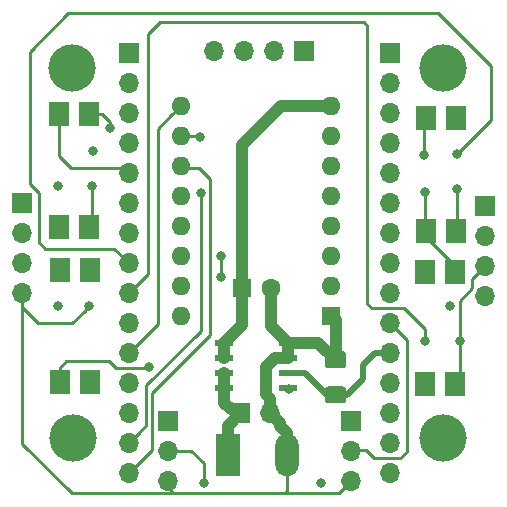
<source format=gbr>
G04 #@! TF.GenerationSoftware,KiCad,Pcbnew,5.0.2-bee76a0~70~ubuntu18.04.1*
G04 #@! TF.CreationDate,2019-01-29T19:41:56+01:00*
G04 #@! TF.ProjectId,ustepper_41_pololu,75737465-7070-4657-925f-34315f706f6c,rev?*
G04 #@! TF.SameCoordinates,Original*
G04 #@! TF.FileFunction,Copper,L2,Bot*
G04 #@! TF.FilePolarity,Positive*
%FSLAX46Y46*%
G04 Gerber Fmt 4.6, Leading zero omitted, Abs format (unit mm)*
G04 Created by KiCad (PCBNEW 5.0.2-bee76a0~70~ubuntu18.04.1) date mar 29 ene 2019 19:41:56 CET*
%MOMM*%
%LPD*%
G01*
G04 APERTURE LIST*
G04 #@! TA.AperFunction,ComponentPad*
%ADD10R,1.600000X1.600000*%
G04 #@! TD*
G04 #@! TA.AperFunction,ComponentPad*
%ADD11O,1.600000X1.600000*%
G04 #@! TD*
G04 #@! TA.AperFunction,ComponentPad*
%ADD12R,2.000000X3.600000*%
G04 #@! TD*
G04 #@! TA.AperFunction,ComponentPad*
%ADD13O,2.000000X3.600000*%
G04 #@! TD*
G04 #@! TA.AperFunction,ComponentPad*
%ADD14R,1.700000X1.700000*%
G04 #@! TD*
G04 #@! TA.AperFunction,ComponentPad*
%ADD15O,1.700000X1.700000*%
G04 #@! TD*
G04 #@! TA.AperFunction,ComponentPad*
%ADD16C,1.600000*%
G04 #@! TD*
G04 #@! TA.AperFunction,Conductor*
%ADD17C,0.100000*%
G04 #@! TD*
G04 #@! TA.AperFunction,SMDPad,CuDef*
%ADD18C,1.425000*%
G04 #@! TD*
G04 #@! TA.AperFunction,SMDPad,CuDef*
%ADD19R,1.780000X2.000000*%
G04 #@! TD*
G04 #@! TA.AperFunction,SMDPad,CuDef*
%ADD20R,1.550000X0.600000*%
G04 #@! TD*
G04 #@! TA.AperFunction,ViaPad*
%ADD21C,4.000000*%
G04 #@! TD*
G04 #@! TA.AperFunction,ViaPad*
%ADD22C,0.800000*%
G04 #@! TD*
G04 #@! TA.AperFunction,Conductor*
%ADD23C,0.250000*%
G04 #@! TD*
G04 #@! TA.AperFunction,Conductor*
%ADD24C,1.000000*%
G04 #@! TD*
G04 #@! TA.AperFunction,Conductor*
%ADD25C,0.500000*%
G04 #@! TD*
G04 APERTURE END LIST*
D10*
G04 #@! TO.P,A1,1*
G04 #@! TO.N,B29-GND*
X191530800Y-74537200D03*
D11*
G04 #@! TO.P,A1,9*
G04 #@! TO.N,BD8-ENA*
X178830800Y-56757200D03*
G04 #@! TO.P,A1,2*
G04 #@! TO.N,B27-5V*
X191530800Y-71997200D03*
G04 #@! TO.P,A1,10*
G04 #@! TO.N,BD11-MS1*
X178830800Y-59297200D03*
G04 #@! TO.P,A1,3*
G04 #@! TO.N,OUT1B*
X191530800Y-69457200D03*
G04 #@! TO.P,A1,11*
G04 #@! TO.N,BD12-MS2*
X178830800Y-61837200D03*
G04 #@! TO.P,A1,4*
G04 #@! TO.N,OUT1A*
X191530800Y-66917200D03*
G04 #@! TO.P,A1,12*
G04 #@! TO.N,BD13-MS3*
X178830800Y-64377200D03*
G04 #@! TO.P,A1,5*
G04 #@! TO.N,OUT2A*
X191530800Y-64377200D03*
G04 #@! TO.P,A1,13*
G04 #@! TO.N,B27-5V*
X178830800Y-66917200D03*
G04 #@! TO.P,A1,6*
G04 #@! TO.N,OUT2B*
X191530800Y-61837200D03*
G04 #@! TO.P,A1,14*
G04 #@! TO.N,B27-5V*
X178830800Y-69457200D03*
G04 #@! TO.P,A1,7*
G04 #@! TO.N,B29-GND*
X191530800Y-59297200D03*
G04 #@! TO.P,A1,15*
G04 #@! TO.N,BD4-STEP*
X178830800Y-71997200D03*
G04 #@! TO.P,A1,8*
G04 #@! TO.N,B30-VIN*
X191530800Y-56757200D03*
G04 #@! TO.P,A1,16*
G04 #@! TO.N,BD7-DIR*
X178830800Y-74537200D03*
G04 #@! TD*
D12*
G04 #@! TO.P,J3,1*
G04 #@! TO.N,VIN*
X182793200Y-86348200D03*
D13*
G04 #@! TO.P,J3,2*
G04 #@! TO.N,B29-GND*
X187793200Y-86348200D03*
G04 #@! TD*
D14*
G04 #@! TO.P,J9,1*
G04 #@! TO.N,OUT2B*
X189244800Y-52134400D03*
D15*
G04 #@! TO.P,J9,2*
G04 #@! TO.N,OUT2A*
X186704800Y-52134400D03*
G04 #@! TO.P,J9,3*
G04 #@! TO.N,OUT1A*
X184164800Y-52134400D03*
G04 #@! TO.P,J9,4*
G04 #@! TO.N,OUT1B*
X181624800Y-52134400D03*
G04 #@! TD*
G04 #@! TO.P,J2,15*
G04 #@! TO.N,BD13-MS3*
X196509200Y-87846800D03*
G04 #@! TO.P,J2,14*
G04 #@! TO.N,N/C*
X196509200Y-85306800D03*
G04 #@! TO.P,J2,13*
X196509200Y-82766800D03*
G04 #@! TO.P,J2,12*
X196509200Y-80226800D03*
G04 #@! TO.P,J2,11*
G04 #@! TO.N,BA1-I*
X196509200Y-77686800D03*
G04 #@! TO.P,J2,10*
G04 #@! TO.N,BA2-VEL_DER*
X196509200Y-75146800D03*
G04 #@! TO.P,J2,9*
G04 #@! TO.N,BA3-VEL_IZQ*
X196509200Y-72606800D03*
G04 #@! TO.P,J2,8*
G04 #@! TO.N,N/C*
X196509200Y-70066800D03*
G04 #@! TO.P,J2,7*
X196509200Y-67526800D03*
G04 #@! TO.P,J2,6*
X196509200Y-64986800D03*
G04 #@! TO.P,J2,5*
X196509200Y-62446800D03*
G04 #@! TO.P,J2,4*
G04 #@! TO.N,B27-5V*
X196509200Y-59906800D03*
G04 #@! TO.P,J2,3*
G04 #@! TO.N,N/C*
X196509200Y-57366800D03*
G04 #@! TO.P,J2,2*
G04 #@! TO.N,B29-GND*
X196509200Y-54826800D03*
D14*
G04 #@! TO.P,J2,1*
G04 #@! TO.N,B30-VIN*
X196509200Y-52286800D03*
G04 #@! TD*
D10*
G04 #@! TO.P,C1,1*
G04 #@! TO.N,B30-VIN*
X183987000Y-72192780D03*
D16*
G04 #@! TO.P,C1,2*
G04 #@! TO.N,B29-GND*
X186487000Y-72192780D03*
G04 #@! TD*
D17*
G04 #@! TO.N,BA1-I*
G04 #@! TO.C,C2*
G36*
X192574004Y-80528024D02*
X192598273Y-80531624D01*
X192622071Y-80537585D01*
X192645171Y-80545850D01*
X192667349Y-80556340D01*
X192688393Y-80568953D01*
X192708098Y-80583567D01*
X192726277Y-80600043D01*
X192742753Y-80618222D01*
X192757367Y-80637927D01*
X192769980Y-80658971D01*
X192780470Y-80681149D01*
X192788735Y-80704249D01*
X192794696Y-80728047D01*
X192798296Y-80752316D01*
X192799500Y-80776820D01*
X192799500Y-81701820D01*
X192798296Y-81726324D01*
X192794696Y-81750593D01*
X192788735Y-81774391D01*
X192780470Y-81797491D01*
X192769980Y-81819669D01*
X192757367Y-81840713D01*
X192742753Y-81860418D01*
X192726277Y-81878597D01*
X192708098Y-81895073D01*
X192688393Y-81909687D01*
X192667349Y-81922300D01*
X192645171Y-81932790D01*
X192622071Y-81941055D01*
X192598273Y-81947016D01*
X192574004Y-81950616D01*
X192549500Y-81951820D01*
X191299500Y-81951820D01*
X191274996Y-81950616D01*
X191250727Y-81947016D01*
X191226929Y-81941055D01*
X191203829Y-81932790D01*
X191181651Y-81922300D01*
X191160607Y-81909687D01*
X191140902Y-81895073D01*
X191122723Y-81878597D01*
X191106247Y-81860418D01*
X191091633Y-81840713D01*
X191079020Y-81819669D01*
X191068530Y-81797491D01*
X191060265Y-81774391D01*
X191054304Y-81750593D01*
X191050704Y-81726324D01*
X191049500Y-81701820D01*
X191049500Y-80776820D01*
X191050704Y-80752316D01*
X191054304Y-80728047D01*
X191060265Y-80704249D01*
X191068530Y-80681149D01*
X191079020Y-80658971D01*
X191091633Y-80637927D01*
X191106247Y-80618222D01*
X191122723Y-80600043D01*
X191140902Y-80583567D01*
X191160607Y-80568953D01*
X191181651Y-80556340D01*
X191203829Y-80545850D01*
X191226929Y-80537585D01*
X191250727Y-80531624D01*
X191274996Y-80528024D01*
X191299500Y-80526820D01*
X192549500Y-80526820D01*
X192574004Y-80528024D01*
X192574004Y-80528024D01*
G37*
D18*
G04 #@! TD*
G04 #@! TO.P,C2,1*
G04 #@! TO.N,BA1-I*
X191924500Y-81239320D03*
D17*
G04 #@! TO.N,B29-GND*
G04 #@! TO.C,C2*
G36*
X192574004Y-77553024D02*
X192598273Y-77556624D01*
X192622071Y-77562585D01*
X192645171Y-77570850D01*
X192667349Y-77581340D01*
X192688393Y-77593953D01*
X192708098Y-77608567D01*
X192726277Y-77625043D01*
X192742753Y-77643222D01*
X192757367Y-77662927D01*
X192769980Y-77683971D01*
X192780470Y-77706149D01*
X192788735Y-77729249D01*
X192794696Y-77753047D01*
X192798296Y-77777316D01*
X192799500Y-77801820D01*
X192799500Y-78726820D01*
X192798296Y-78751324D01*
X192794696Y-78775593D01*
X192788735Y-78799391D01*
X192780470Y-78822491D01*
X192769980Y-78844669D01*
X192757367Y-78865713D01*
X192742753Y-78885418D01*
X192726277Y-78903597D01*
X192708098Y-78920073D01*
X192688393Y-78934687D01*
X192667349Y-78947300D01*
X192645171Y-78957790D01*
X192622071Y-78966055D01*
X192598273Y-78972016D01*
X192574004Y-78975616D01*
X192549500Y-78976820D01*
X191299500Y-78976820D01*
X191274996Y-78975616D01*
X191250727Y-78972016D01*
X191226929Y-78966055D01*
X191203829Y-78957790D01*
X191181651Y-78947300D01*
X191160607Y-78934687D01*
X191140902Y-78920073D01*
X191122723Y-78903597D01*
X191106247Y-78885418D01*
X191091633Y-78865713D01*
X191079020Y-78844669D01*
X191068530Y-78822491D01*
X191060265Y-78799391D01*
X191054304Y-78775593D01*
X191050704Y-78751324D01*
X191049500Y-78726820D01*
X191049500Y-77801820D01*
X191050704Y-77777316D01*
X191054304Y-77753047D01*
X191060265Y-77729249D01*
X191068530Y-77706149D01*
X191079020Y-77683971D01*
X191091633Y-77662927D01*
X191106247Y-77643222D01*
X191122723Y-77625043D01*
X191140902Y-77608567D01*
X191160607Y-77593953D01*
X191181651Y-77581340D01*
X191203829Y-77570850D01*
X191226929Y-77562585D01*
X191250727Y-77556624D01*
X191274996Y-77553024D01*
X191299500Y-77551820D01*
X192549500Y-77551820D01*
X192574004Y-77553024D01*
X192574004Y-77553024D01*
G37*
D18*
G04 #@! TD*
G04 #@! TO.P,C2,2*
G04 #@! TO.N,B29-GND*
X191924500Y-78264320D03*
D14*
G04 #@! TO.P,J1,1*
G04 #@! TO.N,N/C*
X174403580Y-52286800D03*
D15*
G04 #@! TO.P,J1,2*
X174403580Y-54826800D03*
G04 #@! TO.P,J1,3*
X174403580Y-57366800D03*
G04 #@! TO.P,J1,4*
G04 #@! TO.N,B29-GND*
X174403580Y-59906800D03*
G04 #@! TO.P,J1,5*
G04 #@! TO.N,BD2-A+*
X174403580Y-62446800D03*
G04 #@! TO.P,J1,6*
G04 #@! TO.N,BD3-A-*
X174403580Y-64986800D03*
G04 #@! TO.P,J1,7*
G04 #@! TO.N,BD4-STEP*
X174403580Y-67526800D03*
G04 #@! TO.P,J1,8*
G04 #@! TO.N,BD5-A0*
X174403580Y-70066800D03*
G04 #@! TO.P,J1,9*
G04 #@! TO.N,BD6-A1*
X174403580Y-72606800D03*
G04 #@! TO.P,J1,10*
G04 #@! TO.N,BD7-DIR*
X174403580Y-75146800D03*
G04 #@! TO.P,J1,11*
G04 #@! TO.N,BD8-ENA*
X174403580Y-77686800D03*
G04 #@! TO.P,J1,12*
G04 #@! TO.N,N/C*
X174403580Y-80226800D03*
G04 #@! TO.P,J1,13*
X174403580Y-82766800D03*
G04 #@! TO.P,J1,14*
G04 #@! TO.N,BD11-MS1*
X174403580Y-85306800D03*
G04 #@! TO.P,J1,15*
G04 #@! TO.N,BD12-MS2*
X174403580Y-87846800D03*
G04 #@! TD*
D14*
G04 #@! TO.P,J4,1*
G04 #@! TO.N,24V*
X204583860Y-65235720D03*
D15*
G04 #@! TO.P,J4,2*
G04 #@! TO.N,PLC_A0*
X204583860Y-67775720D03*
G04 #@! TO.P,J4,3*
G04 #@! TO.N,PLC_A1*
X204583860Y-70315720D03*
G04 #@! TO.P,J4,4*
G04 #@! TO.N,B29-GND*
X204583860Y-72855720D03*
G04 #@! TD*
D19*
G04 #@! TO.P,U1,1*
G04 #@! TO.N,Net-(R1-Pad2)*
X202099740Y-67369280D03*
G04 #@! TO.P,U1,3*
G04 #@! TO.N,PLC_A0*
X199559740Y-57839280D03*
G04 #@! TO.P,U1,2*
G04 #@! TO.N,B29-GND*
X199559740Y-67369280D03*
G04 #@! TO.P,U1,4*
G04 #@! TO.N,Net-(D1-Pad1)*
X202099740Y-57839280D03*
G04 #@! TD*
G04 #@! TO.P,U2,4*
G04 #@! TO.N,Net-(D2-Pad1)*
X199541960Y-80351220D03*
G04 #@! TO.P,U2,2*
G04 #@! TO.N,B29-GND*
X202081960Y-70821220D03*
G04 #@! TO.P,U2,3*
G04 #@! TO.N,PLC_A1*
X202081960Y-80351220D03*
G04 #@! TO.P,U2,1*
G04 #@! TO.N,Net-(R3-Pad2)*
X199541960Y-70821220D03*
G04 #@! TD*
G04 #@! TO.P,U3,4*
G04 #@! TO.N,B27-5V*
X171027920Y-57468440D03*
G04 #@! TO.P,U3,2*
G04 #@! TO.N,B29-GND*
X168487920Y-66998440D03*
G04 #@! TO.P,U3,3*
G04 #@! TO.N,BD2-A+*
X168487920Y-57468440D03*
G04 #@! TO.P,U3,1*
G04 #@! TO.N,Net-(R5-Pad2)*
X171027920Y-66998440D03*
G04 #@! TD*
G04 #@! TO.P,U4,1*
G04 #@! TO.N,Net-(R7-Pad2)*
X168569200Y-70645960D03*
G04 #@! TO.P,U4,3*
G04 #@! TO.N,BD3-A-*
X171109200Y-80175960D03*
G04 #@! TO.P,U4,2*
G04 #@! TO.N,B29-GND*
X171109200Y-70645960D03*
G04 #@! TO.P,U4,4*
G04 #@! TO.N,B27-5V*
X168569200Y-80175960D03*
G04 #@! TD*
D20*
G04 #@! TO.P,U5,1*
G04 #@! TO.N,VIN*
X182508740Y-80630660D03*
G04 #@! TO.P,U5,2*
X182508740Y-79360660D03*
G04 #@! TO.P,U5,3*
G04 #@! TO.N,B30-VIN*
X182508740Y-78090660D03*
G04 #@! TO.P,U5,4*
X182508740Y-76820660D03*
G04 #@! TO.P,U5,5*
G04 #@! TO.N,B29-GND*
X187908740Y-76820660D03*
G04 #@! TO.P,U5,6*
X187908740Y-78090660D03*
G04 #@! TO.P,U5,7*
G04 #@! TO.N,BA1-I*
X187908740Y-79360660D03*
G04 #@! TO.P,U5,8*
G04 #@! TO.N,B27-5V*
X187908740Y-80630660D03*
G04 #@! TD*
D14*
G04 #@! TO.P,J6,1*
G04 #@! TO.N,VIN*
X183875240Y-82761720D03*
D15*
G04 #@! TO.P,J6,2*
G04 #@! TO.N,B29-GND*
X186415240Y-82761720D03*
G04 #@! TD*
D14*
G04 #@! TO.P,J5,1*
G04 #@! TO.N,24V*
X165391660Y-64999500D03*
D15*
G04 #@! TO.P,J5,2*
G04 #@! TO.N,PLC_A+*
X165391660Y-67539500D03*
G04 #@! TO.P,J5,3*
G04 #@! TO.N,PLC_A-*
X165391660Y-70079500D03*
G04 #@! TO.P,J5,4*
G04 #@! TO.N,B29-GND*
X165391660Y-72619500D03*
G04 #@! TD*
G04 #@! TO.P,RV_DER,3*
G04 #@! TO.N,B29-GND*
X193273240Y-88522459D03*
G04 #@! TO.P,RV_DER,2*
G04 #@! TO.N,BA2-VEL_DER*
X193273240Y-85982459D03*
D14*
G04 #@! TO.P,RV_DER,1*
G04 #@! TO.N,B27-5V*
X193273240Y-83442459D03*
G04 #@! TD*
G04 #@! TO.P,RV_IZQ,1*
G04 #@! TO.N,B27-5V*
X177753840Y-83442459D03*
D15*
G04 #@! TO.P,RV_IZQ,2*
G04 #@! TO.N,BA3-VEL_IZQ*
X177753840Y-85982459D03*
G04 #@! TO.P,RV_IZQ,3*
G04 #@! TO.N,B29-GND*
X177753840Y-88522459D03*
G04 #@! TD*
D21*
G04 #@! TO.N,*
X169600000Y-53600000D03*
X169700000Y-84900000D03*
X201000000Y-53600000D03*
X201018610Y-84900000D03*
D22*
G04 #@! TO.N,B27-5V*
X187949400Y-80717020D03*
X172811000Y-58662200D03*
X176171201Y-78861801D03*
G04 #@! TO.N,B29-GND*
X168449820Y-66924820D03*
X201629840Y-73696460D03*
X199460680Y-64029220D03*
X171083800Y-73744720D03*
X168457440Y-63544080D03*
X202300400Y-70821220D03*
X171083800Y-70671360D03*
X199559740Y-67615700D03*
G04 #@! TO.N,BD11-MS1*
X180413220Y-59447060D03*
X180507200Y-64150010D03*
G04 #@! TO.N,BD13-MS3*
X182262340Y-69447040D03*
X182196300Y-71303780D03*
G04 #@! TO.N,Net-(D1-Pad1)*
X202335960Y-57831620D03*
G04 #@! TO.N,Net-(D2-Pad1)*
X199661340Y-80333480D03*
G04 #@! TO.N,BD2-A+*
X168487920Y-57468440D03*
G04 #@! TO.N,BD3-A-*
X171109200Y-80150600D03*
G04 #@! TO.N,BD5-A0*
X202211500Y-60849140D03*
G04 #@! TO.N,BD6-A1*
X199488620Y-76708900D03*
G04 #@! TO.N,PLC_A0*
X199417500Y-60938040D03*
G04 #@! TO.N,PLC_A1*
X202424860Y-76724140D03*
G04 #@! TO.N,PLC_A+*
X171403840Y-60557040D03*
G04 #@! TO.N,Net-(R1-Pad2)*
X202208960Y-63851420D03*
G04 #@! TO.N,Net-(R3-Pad2)*
X199674040Y-70780540D03*
G04 #@! TO.N,Net-(R5-Pad2)*
X171269220Y-63544080D03*
X171269220Y-66757140D03*
G04 #@! TO.N,Net-(R7-Pad2)*
X168459980Y-73744720D03*
X168569200Y-70645960D03*
G04 #@! TO.N,BA3-VEL_IZQ*
X180748500Y-88697700D03*
X190728161Y-88698810D03*
G04 #@! TD*
D23*
G04 #@! TO.N,B27-5V*
X171027920Y-57468440D02*
X172167920Y-57468440D01*
X172811000Y-58111520D02*
X172811000Y-58662200D01*
X172167920Y-57468440D02*
X172811000Y-58111520D01*
X168569200Y-78944100D02*
X168569200Y-80175960D01*
X172760200Y-78410700D02*
X169102600Y-78410700D01*
X176171201Y-78861801D02*
X176076202Y-78956800D01*
X169102600Y-78410700D02*
X168569200Y-78944100D01*
X173306300Y-78956800D02*
X172760200Y-78410700D01*
X176076202Y-78956800D02*
X173306300Y-78956800D01*
D24*
G04 #@! TO.N,B30-VIN*
X183987000Y-75342400D02*
X182508740Y-76820660D01*
X183987000Y-72192780D02*
X183987000Y-75342400D01*
X182508740Y-76820660D02*
X182508740Y-78090660D01*
X187327100Y-56757200D02*
X191530800Y-56757200D01*
X183987000Y-72192780D02*
X183987000Y-60097300D01*
X183987000Y-60097300D02*
X187327100Y-56757200D01*
D23*
G04 #@! TO.N,B29-GND*
X170683801Y-74144719D02*
X171083800Y-73744720D01*
X169656320Y-75172200D02*
X170683801Y-74144719D01*
X166742279Y-75172200D02*
X169656320Y-75172200D01*
X165391660Y-72619500D02*
X165391660Y-73821581D01*
X165391660Y-73821581D02*
X166742279Y-75172200D01*
X202549360Y-70821220D02*
X202300400Y-70821220D01*
X202081960Y-70369060D02*
X202081960Y-70821220D01*
X199559740Y-67369280D02*
X199559740Y-67615700D01*
X199559740Y-67846840D02*
X202081960Y-70369060D01*
X199460680Y-67270220D02*
X199559740Y-67369280D01*
X199460680Y-64029220D02*
X199460680Y-67270220D01*
X202300400Y-70821220D02*
X202081960Y-70821220D01*
D24*
X187265239Y-83611719D02*
X187265239Y-83908899D01*
X186415240Y-82761720D02*
X187265239Y-83611719D01*
X187793200Y-84436860D02*
X187793200Y-86348200D01*
X187265239Y-83908899D02*
X187793200Y-84436860D01*
X186415240Y-81559639D02*
X186415240Y-82761720D01*
X186011380Y-81155779D02*
X186415240Y-81559639D01*
X187908740Y-78090660D02*
X186843738Y-78090660D01*
X186011380Y-78923018D02*
X186011380Y-81155779D01*
X186843738Y-78090660D02*
X186011380Y-78923018D01*
X187908740Y-78090660D02*
X187908740Y-76820660D01*
X190480840Y-76820660D02*
X191924500Y-78264320D01*
X187908740Y-76820660D02*
X190480840Y-76820660D01*
X191924500Y-74930900D02*
X191530800Y-74537200D01*
X191924500Y-78264320D02*
X191924500Y-74930900D01*
X186487000Y-75398920D02*
X187908740Y-76820660D01*
X186487000Y-72192780D02*
X186487000Y-75398920D01*
D23*
X165391660Y-72619500D02*
X165391660Y-85372840D01*
X165391660Y-85372840D02*
X169608060Y-89589240D01*
X177916400Y-88126200D02*
X177916400Y-89328281D01*
X178177359Y-89589240D02*
X178526000Y-89589240D01*
X177916400Y-89328281D02*
X178177359Y-89589240D01*
X187793200Y-89412700D02*
X187793200Y-86348200D01*
X178526000Y-89589240D02*
X187616660Y-89589240D01*
X187616660Y-89589240D02*
X187793200Y-89412700D01*
X199559740Y-67615700D02*
X199559740Y-67846840D01*
X193283400Y-88456400D02*
X192181040Y-89558760D01*
X187647140Y-89558760D02*
X187616660Y-89589240D01*
X192181040Y-89558760D02*
X187647140Y-89558760D01*
X177753840Y-89116800D02*
X178226280Y-89589240D01*
X177753840Y-88522459D02*
X177753840Y-89116800D01*
X169608060Y-89589240D02*
X178226280Y-89589240D01*
X178226280Y-89589240D02*
X178526000Y-89589240D01*
D25*
G04 #@! TO.N,BA1-I*
X191214900Y-81239320D02*
X191924500Y-81239320D01*
X187908740Y-79360660D02*
X189336240Y-79360660D01*
X189336240Y-79360660D02*
X191214900Y-81239320D01*
X195307119Y-77686800D02*
X194266380Y-78727539D01*
X196509200Y-77686800D02*
X195307119Y-77686800D01*
X192899500Y-81239320D02*
X194042860Y-80095960D01*
X191924500Y-81239320D02*
X192899500Y-81239320D01*
X194266380Y-79929620D02*
X194266380Y-78727539D01*
X194100040Y-80095960D02*
X194266380Y-79929620D01*
X194042860Y-80095960D02*
X194100040Y-80095960D01*
D24*
G04 #@! TO.N,VIN*
X182793200Y-83843760D02*
X183875240Y-82761720D01*
X182793200Y-86348200D02*
X182793200Y-83843760D01*
X183875240Y-82761720D02*
X183875240Y-82459460D01*
X183037540Y-82459460D02*
X182508740Y-81930660D01*
X182508740Y-81930660D02*
X182508740Y-80630660D01*
X183875240Y-82459460D02*
X183037540Y-82459460D01*
X182508740Y-80630660D02*
X182508740Y-79360660D01*
D23*
G04 #@! TO.N,BD8-ENA*
X176862300Y-58725700D02*
X178030801Y-57557199D01*
X178030801Y-57557199D02*
X178830800Y-56757200D01*
X176862300Y-75228080D02*
X176862300Y-58725700D01*
X174403580Y-77686800D02*
X176862300Y-75228080D01*
G04 #@! TO.N,BD11-MS1*
X180263360Y-59297200D02*
X180413220Y-59447060D01*
X178830800Y-59297200D02*
X180263360Y-59297200D01*
X175916989Y-80430431D02*
X175916989Y-83793391D01*
X175916989Y-83793391D02*
X175253579Y-84456801D01*
X180507200Y-64150010D02*
X180507200Y-75840220D01*
X180507200Y-75840220D02*
X175916989Y-80430431D01*
X175253579Y-84456801D02*
X174403580Y-85306800D01*
G04 #@! TO.N,BD12-MS2*
X176367000Y-85883380D02*
X174403580Y-87846800D01*
X181279360Y-62995440D02*
X181279360Y-76205980D01*
X180359880Y-62075960D02*
X181279360Y-62995440D01*
X176367000Y-81118340D02*
X176367000Y-85883380D01*
X181279360Y-76205980D02*
X176367000Y-81118340D01*
X179069560Y-62075960D02*
X180359880Y-62075960D01*
X178830800Y-61837200D02*
X179069560Y-62075960D01*
G04 #@! TO.N,BD13-MS3*
X182262340Y-71237740D02*
X182196300Y-71303780D01*
X182262340Y-69447040D02*
X182262340Y-71237740D01*
G04 #@! TO.N,BD2-A+*
X168487920Y-60343680D02*
X168508240Y-60364000D01*
X174004800Y-62048020D02*
X174403580Y-62446800D01*
X169539480Y-62048020D02*
X174004800Y-62048020D01*
X168508240Y-60364000D02*
X168508240Y-61016780D01*
X168508240Y-61016780D02*
X169539480Y-62048020D01*
X168487920Y-57468440D02*
X168487920Y-60343680D01*
G04 #@! TO.N,BD5-A0*
X205102020Y-57958620D02*
X202211500Y-60849140D01*
X200606220Y-48916220D02*
X205102020Y-53412020D01*
X169315960Y-48916220D02*
X200606220Y-48916220D01*
X166046980Y-52185200D02*
X169315960Y-48916220D01*
X173199620Y-68862840D02*
X167326000Y-68862840D01*
X174403580Y-70066800D02*
X173199620Y-68862840D01*
X167326000Y-68862840D02*
X166801360Y-68338200D01*
X166801360Y-64124198D02*
X166046980Y-63369818D01*
X205102020Y-53412020D02*
X205102020Y-57958620D01*
X166801360Y-68338200D02*
X166801360Y-64124198D01*
X166046980Y-63369818D02*
X166046980Y-52185200D01*
G04 #@! TO.N,BD6-A1*
X176039340Y-70971040D02*
X175253579Y-71756801D01*
X175253579Y-71756801D02*
X174403580Y-72606800D01*
X177055340Y-49708700D02*
X176039340Y-50724700D01*
X194340040Y-49708700D02*
X177055340Y-49708700D01*
X199488620Y-75649720D02*
X197728400Y-73889500D01*
X195000440Y-73889500D02*
X194632140Y-73521200D01*
X199488620Y-76708900D02*
X199488620Y-75649720D01*
X176039340Y-50724700D02*
X176039340Y-70971040D01*
X197728400Y-73889500D02*
X195000440Y-73889500D01*
X194632140Y-73521200D02*
X194632140Y-50000800D01*
X194632140Y-50000800D02*
X194340040Y-49708700D01*
G04 #@! TO.N,PLC_A0*
X199417500Y-57981520D02*
X199559740Y-57839280D01*
X199417500Y-60938040D02*
X199417500Y-57981520D01*
G04 #@! TO.N,PLC_A1*
X202424860Y-80341060D02*
X202396920Y-80369000D01*
X202424860Y-76724140D02*
X202424860Y-80341060D01*
X203463720Y-72236858D02*
X203463720Y-71435860D01*
X202424860Y-76724140D02*
X202424860Y-73275718D01*
X203463720Y-71435860D02*
X204583860Y-70315720D01*
X202424860Y-73275718D02*
X203463720Y-72236858D01*
G04 #@! TO.N,Net-(R1-Pad2)*
X202208960Y-67260060D02*
X202099740Y-67369280D01*
X202208960Y-63851420D02*
X202208960Y-67260060D01*
G04 #@! TO.N,Net-(R5-Pad2)*
X171269220Y-63544080D02*
X171269220Y-66757140D01*
X171269220Y-66757140D02*
X171027920Y-66998440D01*
G04 #@! TO.N,Net-(R7-Pad2)*
X168459980Y-70755180D02*
X168569200Y-70645960D01*
G04 #@! TO.N,BA2-VEL_DER*
X197359199Y-75996799D02*
X196509200Y-75146800D01*
X194485481Y-85916400D02*
X195196681Y-86627600D01*
X193283400Y-85916400D02*
X194485481Y-85916400D01*
X197969700Y-76607300D02*
X197359199Y-75996799D01*
X197410900Y-86627600D02*
X197969700Y-86068800D01*
X195196681Y-86627600D02*
X197410900Y-86627600D01*
X197969700Y-86068800D02*
X197969700Y-76607300D01*
G04 #@! TO.N,BA3-VEL_IZQ*
X180748500Y-88132015D02*
X180748500Y-88697700D01*
X180748500Y-87038419D02*
X180748500Y-88132015D01*
X179692540Y-85982459D02*
X180748500Y-87038419D01*
X177764000Y-85256000D02*
X178490459Y-85982459D01*
X178490459Y-85982459D02*
X179692540Y-85982459D01*
G04 #@! TD*
M02*

</source>
